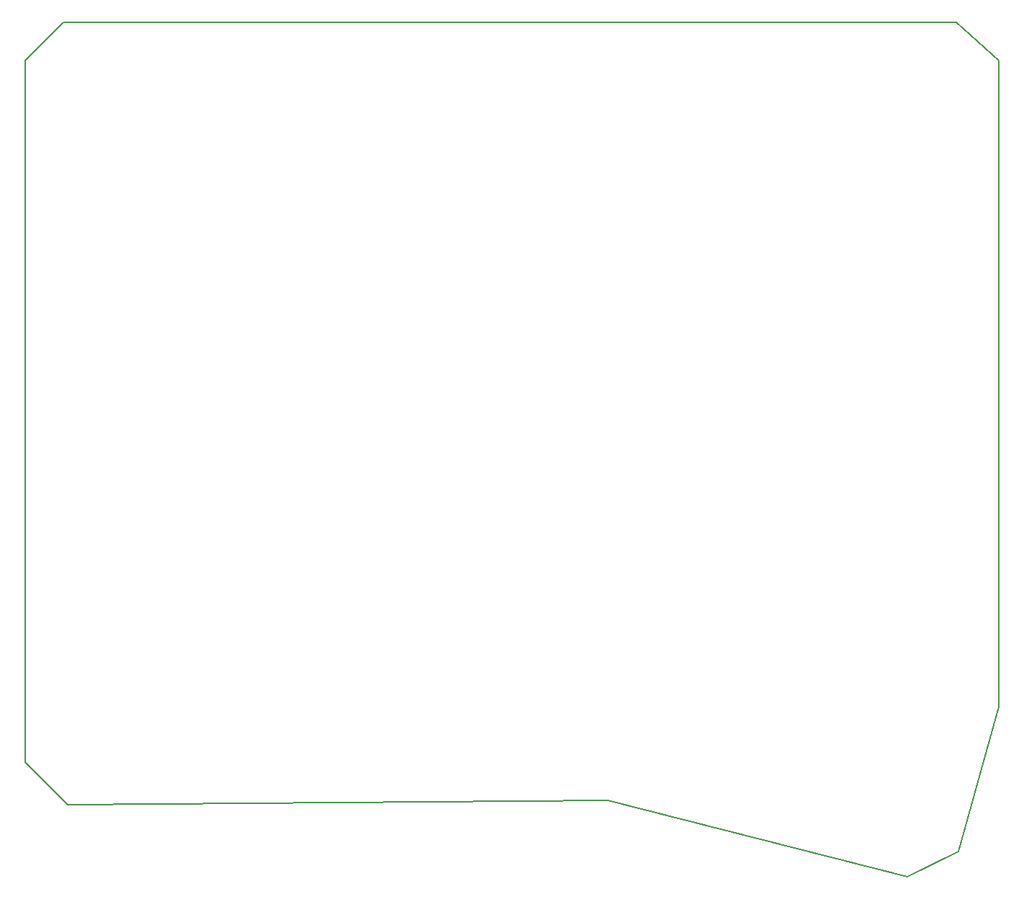
<source format=gbr>
%TF.GenerationSoftware,KiCad,Pcbnew,5.99.0-unknown-3de60231db~128~ubuntu21.04.1*%
%TF.CreationDate,2021-05-22T07:34:54+02:00*%
%TF.ProjectId,dzzy,647a7a79-2e6b-4696-9361-645f70636258,rev?*%
%TF.SameCoordinates,Original*%
%TF.FileFunction,Profile,NP*%
%FSLAX46Y46*%
G04 Gerber Fmt 4.6, Leading zero omitted, Abs format (unit mm)*
G04 Created by KiCad (PCBNEW 5.99.0-unknown-3de60231db~128~ubuntu21.04.1) date 2021-05-22 07:34:54*
%MOMM*%
%LPD*%
G01*
G04 APERTURE LIST*
%TA.AperFunction,Profile*%
%ADD10C,0.200000*%
%TD*%
G04 APERTURE END LIST*
D10*
X49500000Y-108000000D02*
X49500000Y-25500000D01*
X49500000Y-25500000D02*
X54000000Y-21000000D01*
X54000000Y-21000000D02*
X159000000Y-21000000D01*
X159000000Y-21000000D02*
X164000000Y-25500000D01*
X164000000Y-25500000D02*
X164000000Y-101500000D01*
X164000000Y-101500000D02*
X159246000Y-118492000D01*
X159246000Y-118492000D02*
X153246000Y-121492000D01*
X153246000Y-121492000D02*
X118000000Y-112500000D01*
X118000000Y-112500000D02*
X54500000Y-113000000D01*
X54500000Y-113000000D02*
X49500000Y-108000000D01*
M02*

</source>
